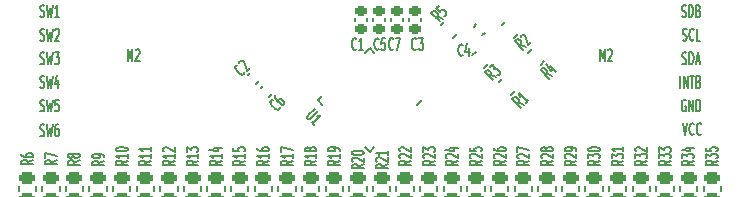
<source format=gto>
G04 #@! TF.GenerationSoftware,KiCad,Pcbnew,(6.0.10)*
G04 #@! TF.CreationDate,2023-02-04T17:17:42+01:00*
G04 #@! TF.ProjectId,Lumissil_IS31FL3742A_breakout,4c756d69-7373-4696-9c5f-49533331464c,rev?*
G04 #@! TF.SameCoordinates,Original*
G04 #@! TF.FileFunction,Legend,Top*
G04 #@! TF.FilePolarity,Positive*
%FSLAX46Y46*%
G04 Gerber Fmt 4.6, Leading zero omitted, Abs format (unit mm)*
G04 Created by KiCad (PCBNEW (6.0.10)) date 2023-02-04 17:17:42*
%MOMM*%
%LPD*%
G01*
G04 APERTURE LIST*
G04 Aperture macros list*
%AMRoundRect*
0 Rectangle with rounded corners*
0 $1 Rounding radius*
0 $2 $3 $4 $5 $6 $7 $8 $9 X,Y pos of 4 corners*
0 Add a 4 corners polygon primitive as box body*
4,1,4,$2,$3,$4,$5,$6,$7,$8,$9,$2,$3,0*
0 Add four circle primitives for the rounded corners*
1,1,$1+$1,$2,$3*
1,1,$1+$1,$4,$5*
1,1,$1+$1,$6,$7*
1,1,$1+$1,$8,$9*
0 Add four rect primitives between the rounded corners*
20,1,$1+$1,$2,$3,$4,$5,0*
20,1,$1+$1,$4,$5,$6,$7,0*
20,1,$1+$1,$6,$7,$8,$9,0*
20,1,$1+$1,$8,$9,$2,$3,0*%
%AMRotRect*
0 Rectangle, with rotation*
0 The origin of the aperture is its center*
0 $1 length*
0 $2 width*
0 $3 Rotation angle, in degrees counterclockwise*
0 Add horizontal line*
21,1,$1,$2,0,0,$3*%
G04 Aperture macros list end*
%ADD10C,0.150000*%
%ADD11C,0.153000*%
%ADD12RoundRect,0.250000X-0.450000X0.262500X-0.450000X-0.262500X0.450000X-0.262500X0.450000X0.262500X0*%
%ADD13RoundRect,0.225000X0.250000X-0.225000X0.250000X0.225000X-0.250000X0.225000X-0.250000X-0.225000X0*%
%ADD14C,1.350000*%
%ADD15O,1.350000X1.350000*%
%ADD16RoundRect,0.250000X0.132583X-0.503814X0.503814X-0.132583X-0.132583X0.503814X-0.503814X0.132583X0*%
%ADD17RoundRect,0.050000X0.229810X0.300520X-0.300520X-0.229810X-0.229810X-0.300520X0.300520X0.229810X0*%
%ADD18RoundRect,0.050000X-0.229810X0.300520X-0.300520X0.229810X0.229810X-0.300520X0.300520X-0.229810X0*%
%ADD19RotRect,4.200000X4.200000X225.000000*%
%ADD20RoundRect,0.250000X-0.132583X0.503814X-0.503814X0.132583X0.132583X-0.503814X0.503814X-0.132583X0*%
%ADD21RoundRect,0.225000X0.017678X-0.335876X0.335876X-0.017678X-0.017678X0.335876X-0.335876X0.017678X0*%
%ADD22C,2.200000*%
%ADD23RoundRect,0.225000X-0.017678X0.335876X-0.335876X0.017678X0.017678X-0.335876X0.335876X-0.017678X0*%
G04 APERTURE END LIST*
D10*
X64100000Y-44904761D02*
X64185714Y-44952380D01*
X64328571Y-44952380D01*
X64385714Y-44904761D01*
X64414285Y-44857142D01*
X64442857Y-44761904D01*
X64442857Y-44666666D01*
X64414285Y-44571428D01*
X64385714Y-44523809D01*
X64328571Y-44476190D01*
X64214285Y-44428571D01*
X64157142Y-44380952D01*
X64128571Y-44333333D01*
X64100000Y-44238095D01*
X64100000Y-44142857D01*
X64128571Y-44047619D01*
X64157142Y-44000000D01*
X64214285Y-43952380D01*
X64357142Y-43952380D01*
X64442857Y-44000000D01*
X64642857Y-43952380D02*
X64785714Y-44952380D01*
X64900000Y-44238095D01*
X65014285Y-44952380D01*
X65157142Y-43952380D01*
X65671428Y-43952380D02*
X65385714Y-43952380D01*
X65357142Y-44428571D01*
X65385714Y-44380952D01*
X65442857Y-44333333D01*
X65585714Y-44333333D01*
X65642857Y-44380952D01*
X65671428Y-44428571D01*
X65700000Y-44523809D01*
X65700000Y-44761904D01*
X65671428Y-44857142D01*
X65642857Y-44904761D01*
X65585714Y-44952380D01*
X65442857Y-44952380D01*
X65385714Y-44904761D01*
X65357142Y-44857142D01*
X118285714Y-42952380D02*
X118285714Y-41952380D01*
X118571429Y-42952380D02*
X118571429Y-41952380D01*
X118914286Y-42952380D01*
X118914286Y-41952380D01*
X119114286Y-41952380D02*
X119457143Y-41952380D01*
X119285714Y-42952380D02*
X119285714Y-41952380D01*
X119857143Y-42428571D02*
X119942857Y-42476190D01*
X119971429Y-42523809D01*
X120000000Y-42619047D01*
X120000000Y-42761904D01*
X119971429Y-42857142D01*
X119942857Y-42904761D01*
X119885714Y-42952380D01*
X119657143Y-42952380D01*
X119657143Y-41952380D01*
X119857143Y-41952380D01*
X119914286Y-42000000D01*
X119942857Y-42047619D01*
X119971429Y-42142857D01*
X119971429Y-42238095D01*
X119942857Y-42333333D01*
X119914286Y-42380952D01*
X119857143Y-42428571D01*
X119657143Y-42428571D01*
X64100000Y-40904761D02*
X64185714Y-40952380D01*
X64328571Y-40952380D01*
X64385714Y-40904761D01*
X64414285Y-40857142D01*
X64442857Y-40761904D01*
X64442857Y-40666666D01*
X64414285Y-40571428D01*
X64385714Y-40523809D01*
X64328571Y-40476190D01*
X64214285Y-40428571D01*
X64157142Y-40380952D01*
X64128571Y-40333333D01*
X64100000Y-40238095D01*
X64100000Y-40142857D01*
X64128571Y-40047619D01*
X64157142Y-40000000D01*
X64214285Y-39952380D01*
X64357142Y-39952380D01*
X64442857Y-40000000D01*
X64642857Y-39952380D02*
X64785714Y-40952380D01*
X64900000Y-40238095D01*
X65014285Y-40952380D01*
X65157142Y-39952380D01*
X65328571Y-39952380D02*
X65700000Y-39952380D01*
X65500000Y-40333333D01*
X65585714Y-40333333D01*
X65642857Y-40380952D01*
X65671428Y-40428571D01*
X65700000Y-40523809D01*
X65700000Y-40761904D01*
X65671428Y-40857142D01*
X65642857Y-40904761D01*
X65585714Y-40952380D01*
X65414285Y-40952380D01*
X65357142Y-40904761D01*
X65328571Y-40857142D01*
X118485714Y-38904761D02*
X118571428Y-38952380D01*
X118714285Y-38952380D01*
X118771428Y-38904761D01*
X118800000Y-38857142D01*
X118828571Y-38761904D01*
X118828571Y-38666666D01*
X118800000Y-38571428D01*
X118771428Y-38523809D01*
X118714285Y-38476190D01*
X118600000Y-38428571D01*
X118542857Y-38380952D01*
X118514285Y-38333333D01*
X118485714Y-38238095D01*
X118485714Y-38142857D01*
X118514285Y-38047619D01*
X118542857Y-38000000D01*
X118600000Y-37952380D01*
X118742857Y-37952380D01*
X118828571Y-38000000D01*
X119428571Y-38857142D02*
X119400000Y-38904761D01*
X119314285Y-38952380D01*
X119257142Y-38952380D01*
X119171428Y-38904761D01*
X119114285Y-38809523D01*
X119085714Y-38714285D01*
X119057142Y-38523809D01*
X119057142Y-38380952D01*
X119085714Y-38190476D01*
X119114285Y-38095238D01*
X119171428Y-38000000D01*
X119257142Y-37952380D01*
X119314285Y-37952380D01*
X119400000Y-38000000D01*
X119428571Y-38047619D01*
X119971428Y-38952380D02*
X119685714Y-38952380D01*
X119685714Y-37952380D01*
X64100000Y-38904761D02*
X64185714Y-38952380D01*
X64328571Y-38952380D01*
X64385714Y-38904761D01*
X64414285Y-38857142D01*
X64442857Y-38761904D01*
X64442857Y-38666666D01*
X64414285Y-38571428D01*
X64385714Y-38523809D01*
X64328571Y-38476190D01*
X64214285Y-38428571D01*
X64157142Y-38380952D01*
X64128571Y-38333333D01*
X64100000Y-38238095D01*
X64100000Y-38142857D01*
X64128571Y-38047619D01*
X64157142Y-38000000D01*
X64214285Y-37952380D01*
X64357142Y-37952380D01*
X64442857Y-38000000D01*
X64642857Y-37952380D02*
X64785714Y-38952380D01*
X64900000Y-38238095D01*
X65014285Y-38952380D01*
X65157142Y-37952380D01*
X65357142Y-38047619D02*
X65385714Y-38000000D01*
X65442857Y-37952380D01*
X65585714Y-37952380D01*
X65642857Y-38000000D01*
X65671428Y-38047619D01*
X65700000Y-38142857D01*
X65700000Y-38238095D01*
X65671428Y-38380952D01*
X65328571Y-38952380D01*
X65700000Y-38952380D01*
X118742857Y-44000000D02*
X118685714Y-43952380D01*
X118600000Y-43952380D01*
X118514285Y-44000000D01*
X118457142Y-44095238D01*
X118428571Y-44190476D01*
X118400000Y-44380952D01*
X118400000Y-44523809D01*
X118428571Y-44714285D01*
X118457142Y-44809523D01*
X118514285Y-44904761D01*
X118600000Y-44952380D01*
X118657142Y-44952380D01*
X118742857Y-44904761D01*
X118771428Y-44857142D01*
X118771428Y-44523809D01*
X118657142Y-44523809D01*
X119028571Y-44952380D02*
X119028571Y-43952380D01*
X119371428Y-44952380D01*
X119371428Y-43952380D01*
X119657142Y-44952380D02*
X119657142Y-43952380D01*
X119800000Y-43952380D01*
X119885714Y-44000000D01*
X119942857Y-44095238D01*
X119971428Y-44190476D01*
X120000000Y-44380952D01*
X120000000Y-44523809D01*
X119971428Y-44714285D01*
X119942857Y-44809523D01*
X119885714Y-44904761D01*
X119800000Y-44952380D01*
X119657142Y-44952380D01*
X64100000Y-47004761D02*
X64185714Y-47052380D01*
X64328571Y-47052380D01*
X64385714Y-47004761D01*
X64414285Y-46957142D01*
X64442857Y-46861904D01*
X64442857Y-46766666D01*
X64414285Y-46671428D01*
X64385714Y-46623809D01*
X64328571Y-46576190D01*
X64214285Y-46528571D01*
X64157142Y-46480952D01*
X64128571Y-46433333D01*
X64100000Y-46338095D01*
X64100000Y-46242857D01*
X64128571Y-46147619D01*
X64157142Y-46100000D01*
X64214285Y-46052380D01*
X64357142Y-46052380D01*
X64442857Y-46100000D01*
X64642857Y-46052380D02*
X64785714Y-47052380D01*
X64900000Y-46338095D01*
X65014285Y-47052380D01*
X65157142Y-46052380D01*
X65642857Y-46052380D02*
X65528571Y-46052380D01*
X65471428Y-46100000D01*
X65442857Y-46147619D01*
X65385714Y-46290476D01*
X65357142Y-46480952D01*
X65357142Y-46861904D01*
X65385714Y-46957142D01*
X65414285Y-47004761D01*
X65471428Y-47052380D01*
X65585714Y-47052380D01*
X65642857Y-47004761D01*
X65671428Y-46957142D01*
X65700000Y-46861904D01*
X65700000Y-46623809D01*
X65671428Y-46528571D01*
X65642857Y-46480952D01*
X65585714Y-46433333D01*
X65471428Y-46433333D01*
X65414285Y-46480952D01*
X65385714Y-46528571D01*
X65357142Y-46623809D01*
X64100000Y-36904761D02*
X64185714Y-36952380D01*
X64328571Y-36952380D01*
X64385714Y-36904761D01*
X64414285Y-36857142D01*
X64442857Y-36761904D01*
X64442857Y-36666666D01*
X64414285Y-36571428D01*
X64385714Y-36523809D01*
X64328571Y-36476190D01*
X64214285Y-36428571D01*
X64157142Y-36380952D01*
X64128571Y-36333333D01*
X64100000Y-36238095D01*
X64100000Y-36142857D01*
X64128571Y-36047619D01*
X64157142Y-36000000D01*
X64214285Y-35952380D01*
X64357142Y-35952380D01*
X64442857Y-36000000D01*
X64642857Y-35952380D02*
X64785714Y-36952380D01*
X64900000Y-36238095D01*
X65014285Y-36952380D01*
X65157142Y-35952380D01*
X65700000Y-36952380D02*
X65357142Y-36952380D01*
X65528571Y-36952380D02*
X65528571Y-35952380D01*
X65471428Y-36095238D01*
X65414285Y-36190476D01*
X65357142Y-36238095D01*
X118500000Y-45952380D02*
X118700000Y-46952380D01*
X118900000Y-45952380D01*
X119442857Y-46857142D02*
X119414285Y-46904761D01*
X119328571Y-46952380D01*
X119271428Y-46952380D01*
X119185714Y-46904761D01*
X119128571Y-46809523D01*
X119100000Y-46714285D01*
X119071428Y-46523809D01*
X119071428Y-46380952D01*
X119100000Y-46190476D01*
X119128571Y-46095238D01*
X119185714Y-46000000D01*
X119271428Y-45952380D01*
X119328571Y-45952380D01*
X119414285Y-46000000D01*
X119442857Y-46047619D01*
X120042857Y-46857142D02*
X120014285Y-46904761D01*
X119928571Y-46952380D01*
X119871428Y-46952380D01*
X119785714Y-46904761D01*
X119728571Y-46809523D01*
X119700000Y-46714285D01*
X119671428Y-46523809D01*
X119671428Y-46380952D01*
X119700000Y-46190476D01*
X119728571Y-46095238D01*
X119785714Y-46000000D01*
X119871428Y-45952380D01*
X119928571Y-45952380D01*
X120014285Y-46000000D01*
X120042857Y-46047619D01*
X118428571Y-36904761D02*
X118514285Y-36952380D01*
X118657142Y-36952380D01*
X118714285Y-36904761D01*
X118742857Y-36857142D01*
X118771428Y-36761904D01*
X118771428Y-36666666D01*
X118742857Y-36571428D01*
X118714285Y-36523809D01*
X118657142Y-36476190D01*
X118542857Y-36428571D01*
X118485714Y-36380952D01*
X118457142Y-36333333D01*
X118428571Y-36238095D01*
X118428571Y-36142857D01*
X118457142Y-36047619D01*
X118485714Y-36000000D01*
X118542857Y-35952380D01*
X118685714Y-35952380D01*
X118771428Y-36000000D01*
X119028571Y-36952380D02*
X119028571Y-35952380D01*
X119171428Y-35952380D01*
X119257142Y-36000000D01*
X119314285Y-36095238D01*
X119342857Y-36190476D01*
X119371428Y-36380952D01*
X119371428Y-36523809D01*
X119342857Y-36714285D01*
X119314285Y-36809523D01*
X119257142Y-36904761D01*
X119171428Y-36952380D01*
X119028571Y-36952380D01*
X119828571Y-36428571D02*
X119914285Y-36476190D01*
X119942857Y-36523809D01*
X119971428Y-36619047D01*
X119971428Y-36761904D01*
X119942857Y-36857142D01*
X119914285Y-36904761D01*
X119857142Y-36952380D01*
X119628571Y-36952380D01*
X119628571Y-35952380D01*
X119828571Y-35952380D01*
X119885714Y-36000000D01*
X119914285Y-36047619D01*
X119942857Y-36142857D01*
X119942857Y-36238095D01*
X119914285Y-36333333D01*
X119885714Y-36380952D01*
X119828571Y-36428571D01*
X119628571Y-36428571D01*
X118471428Y-40904761D02*
X118557142Y-40952380D01*
X118700000Y-40952380D01*
X118757142Y-40904761D01*
X118785714Y-40857142D01*
X118814285Y-40761904D01*
X118814285Y-40666666D01*
X118785714Y-40571428D01*
X118757142Y-40523809D01*
X118700000Y-40476190D01*
X118585714Y-40428571D01*
X118528571Y-40380952D01*
X118500000Y-40333333D01*
X118471428Y-40238095D01*
X118471428Y-40142857D01*
X118500000Y-40047619D01*
X118528571Y-40000000D01*
X118585714Y-39952380D01*
X118728571Y-39952380D01*
X118814285Y-40000000D01*
X119071428Y-40952380D02*
X119071428Y-39952380D01*
X119214285Y-39952380D01*
X119300000Y-40000000D01*
X119357142Y-40095238D01*
X119385714Y-40190476D01*
X119414285Y-40380952D01*
X119414285Y-40523809D01*
X119385714Y-40714285D01*
X119357142Y-40809523D01*
X119300000Y-40904761D01*
X119214285Y-40952380D01*
X119071428Y-40952380D01*
X119642857Y-40666666D02*
X119928571Y-40666666D01*
X119585714Y-40952380D02*
X119785714Y-39952380D01*
X119985714Y-40952380D01*
X64100000Y-42904761D02*
X64185714Y-42952380D01*
X64328571Y-42952380D01*
X64385714Y-42904761D01*
X64414285Y-42857142D01*
X64442857Y-42761904D01*
X64442857Y-42666666D01*
X64414285Y-42571428D01*
X64385714Y-42523809D01*
X64328571Y-42476190D01*
X64214285Y-42428571D01*
X64157142Y-42380952D01*
X64128571Y-42333333D01*
X64100000Y-42238095D01*
X64100000Y-42142857D01*
X64128571Y-42047619D01*
X64157142Y-42000000D01*
X64214285Y-41952380D01*
X64357142Y-41952380D01*
X64442857Y-42000000D01*
X64642857Y-41952380D02*
X64785714Y-42952380D01*
X64900000Y-42238095D01*
X65014285Y-42952380D01*
X65157142Y-41952380D01*
X65642857Y-42285714D02*
X65642857Y-42952380D01*
X65500000Y-41904761D02*
X65357142Y-42619047D01*
X65728571Y-42619047D01*
X83472380Y-49135714D02*
X82996190Y-49335714D01*
X83472380Y-49478571D02*
X82472380Y-49478571D01*
X82472380Y-49250000D01*
X82520000Y-49192857D01*
X82567619Y-49164285D01*
X82662857Y-49135714D01*
X82805714Y-49135714D01*
X82900952Y-49164285D01*
X82948571Y-49192857D01*
X82996190Y-49250000D01*
X82996190Y-49478571D01*
X83472380Y-48564285D02*
X83472380Y-48907142D01*
X83472380Y-48735714D02*
X82472380Y-48735714D01*
X82615238Y-48792857D01*
X82710476Y-48850000D01*
X82758095Y-48907142D01*
X82472380Y-48050000D02*
X82472380Y-48164285D01*
X82520000Y-48221428D01*
X82567619Y-48250000D01*
X82710476Y-48307142D01*
X82900952Y-48335714D01*
X83281904Y-48335714D01*
X83377142Y-48307142D01*
X83424761Y-48278571D01*
X83472380Y-48221428D01*
X83472380Y-48107142D01*
X83424761Y-48050000D01*
X83377142Y-48021428D01*
X83281904Y-47992857D01*
X83043809Y-47992857D01*
X82948571Y-48021428D01*
X82900952Y-48050000D01*
X82853333Y-48107142D01*
X82853333Y-48221428D01*
X82900952Y-48278571D01*
X82948571Y-48307142D01*
X83043809Y-48335714D01*
X117502380Y-49135714D02*
X117026190Y-49335714D01*
X117502380Y-49478571D02*
X116502380Y-49478571D01*
X116502380Y-49250000D01*
X116550000Y-49192857D01*
X116597619Y-49164285D01*
X116692857Y-49135714D01*
X116835714Y-49135714D01*
X116930952Y-49164285D01*
X116978571Y-49192857D01*
X117026190Y-49250000D01*
X117026190Y-49478571D01*
X116502380Y-48935714D02*
X116502380Y-48564285D01*
X116883333Y-48764285D01*
X116883333Y-48678571D01*
X116930952Y-48621428D01*
X116978571Y-48592857D01*
X117073809Y-48564285D01*
X117311904Y-48564285D01*
X117407142Y-48592857D01*
X117454761Y-48621428D01*
X117502380Y-48678571D01*
X117502380Y-48850000D01*
X117454761Y-48907142D01*
X117407142Y-48935714D01*
X116502380Y-48364285D02*
X116502380Y-47992857D01*
X116883333Y-48192857D01*
X116883333Y-48107142D01*
X116930952Y-48050000D01*
X116978571Y-48021428D01*
X117073809Y-47992857D01*
X117311904Y-47992857D01*
X117407142Y-48021428D01*
X117454761Y-48050000D01*
X117502380Y-48107142D01*
X117502380Y-48278571D01*
X117454761Y-48335714D01*
X117407142Y-48364285D01*
X90860000Y-39647142D02*
X90831428Y-39694761D01*
X90745714Y-39742380D01*
X90688571Y-39742380D01*
X90602857Y-39694761D01*
X90545714Y-39599523D01*
X90517142Y-39504285D01*
X90488571Y-39313809D01*
X90488571Y-39170952D01*
X90517142Y-38980476D01*
X90545714Y-38885238D01*
X90602857Y-38790000D01*
X90688571Y-38742380D01*
X90745714Y-38742380D01*
X90831428Y-38790000D01*
X90860000Y-38837619D01*
X91431428Y-39742380D02*
X91088571Y-39742380D01*
X91260000Y-39742380D02*
X91260000Y-38742380D01*
X91202857Y-38885238D01*
X91145714Y-38980476D01*
X91088571Y-39028095D01*
X92760000Y-39657142D02*
X92731428Y-39704761D01*
X92645714Y-39752380D01*
X92588571Y-39752380D01*
X92502857Y-39704761D01*
X92445714Y-39609523D01*
X92417142Y-39514285D01*
X92388571Y-39323809D01*
X92388571Y-39180952D01*
X92417142Y-38990476D01*
X92445714Y-38895238D01*
X92502857Y-38800000D01*
X92588571Y-38752380D01*
X92645714Y-38752380D01*
X92731428Y-38800000D01*
X92760000Y-38847619D01*
X93302857Y-38752380D02*
X93017142Y-38752380D01*
X92988571Y-39228571D01*
X93017142Y-39180952D01*
X93074285Y-39133333D01*
X93217142Y-39133333D01*
X93274285Y-39180952D01*
X93302857Y-39228571D01*
X93331428Y-39323809D01*
X93331428Y-39561904D01*
X93302857Y-39657142D01*
X93274285Y-39704761D01*
X93217142Y-39752380D01*
X93074285Y-39752380D01*
X93017142Y-39704761D01*
X92988571Y-39657142D01*
X105029170Y-44390592D02*
X104551032Y-44195296D01*
X104786734Y-44633028D02*
X104079627Y-43925922D01*
X104241251Y-43764297D01*
X104315329Y-43757563D01*
X104369204Y-43771032D01*
X104456751Y-43818172D01*
X104557766Y-43919187D01*
X104604906Y-44006734D01*
X104618375Y-44060609D01*
X104611641Y-44134687D01*
X104450016Y-44296311D01*
X105433231Y-43986531D02*
X105190795Y-44228967D01*
X105312013Y-44107749D02*
X104604906Y-43400642D01*
X104665516Y-43542064D01*
X104692453Y-43649813D01*
X104685719Y-43723891D01*
X85502380Y-49135714D02*
X85026190Y-49335714D01*
X85502380Y-49478571D02*
X84502380Y-49478571D01*
X84502380Y-49250000D01*
X84550000Y-49192857D01*
X84597619Y-49164285D01*
X84692857Y-49135714D01*
X84835714Y-49135714D01*
X84930952Y-49164285D01*
X84978571Y-49192857D01*
X85026190Y-49250000D01*
X85026190Y-49478571D01*
X85502380Y-48564285D02*
X85502380Y-48907142D01*
X85502380Y-48735714D02*
X84502380Y-48735714D01*
X84645238Y-48792857D01*
X84740476Y-48850000D01*
X84788095Y-48907142D01*
X84502380Y-48364285D02*
X84502380Y-47964285D01*
X85502380Y-48221428D01*
X102709170Y-42080592D02*
X102231032Y-41885296D01*
X102466734Y-42323028D02*
X101759627Y-41615922D01*
X101921251Y-41454297D01*
X101995329Y-41447563D01*
X102049204Y-41461032D01*
X102136751Y-41508172D01*
X102237766Y-41609187D01*
X102284906Y-41696734D01*
X102298375Y-41750609D01*
X102291641Y-41824687D01*
X102130016Y-41986311D01*
X102143485Y-41232064D02*
X102406125Y-40969424D01*
X102534077Y-41380219D01*
X102594687Y-41319610D01*
X102668764Y-41312876D01*
X102722639Y-41326345D01*
X102810186Y-41373485D01*
X102978544Y-41541844D01*
X103025685Y-41629390D01*
X103039154Y-41683265D01*
X103032419Y-41757343D01*
X102911201Y-41878561D01*
X102837123Y-41885296D01*
X102783248Y-41871827D01*
X115482380Y-49135714D02*
X115006190Y-49335714D01*
X115482380Y-49478571D02*
X114482380Y-49478571D01*
X114482380Y-49250000D01*
X114530000Y-49192857D01*
X114577619Y-49164285D01*
X114672857Y-49135714D01*
X114815714Y-49135714D01*
X114910952Y-49164285D01*
X114958571Y-49192857D01*
X115006190Y-49250000D01*
X115006190Y-49478571D01*
X114482380Y-48935714D02*
X114482380Y-48564285D01*
X114863333Y-48764285D01*
X114863333Y-48678571D01*
X114910952Y-48621428D01*
X114958571Y-48592857D01*
X115053809Y-48564285D01*
X115291904Y-48564285D01*
X115387142Y-48592857D01*
X115434761Y-48621428D01*
X115482380Y-48678571D01*
X115482380Y-48850000D01*
X115434761Y-48907142D01*
X115387142Y-48935714D01*
X114577619Y-48335714D02*
X114530000Y-48307142D01*
X114482380Y-48250000D01*
X114482380Y-48107142D01*
X114530000Y-48050000D01*
X114577619Y-48021428D01*
X114672857Y-47992857D01*
X114768095Y-47992857D01*
X114910952Y-48021428D01*
X115482380Y-48364285D01*
X115482380Y-47992857D01*
X107502380Y-49135714D02*
X107026190Y-49335714D01*
X107502380Y-49478571D02*
X106502380Y-49478571D01*
X106502380Y-49250000D01*
X106550000Y-49192857D01*
X106597619Y-49164285D01*
X106692857Y-49135714D01*
X106835714Y-49135714D01*
X106930952Y-49164285D01*
X106978571Y-49192857D01*
X107026190Y-49250000D01*
X107026190Y-49478571D01*
X106597619Y-48907142D02*
X106550000Y-48878571D01*
X106502380Y-48821428D01*
X106502380Y-48678571D01*
X106550000Y-48621428D01*
X106597619Y-48592857D01*
X106692857Y-48564285D01*
X106788095Y-48564285D01*
X106930952Y-48592857D01*
X107502380Y-48935714D01*
X107502380Y-48564285D01*
X106930952Y-48221428D02*
X106883333Y-48278571D01*
X106835714Y-48307142D01*
X106740476Y-48335714D01*
X106692857Y-48335714D01*
X106597619Y-48307142D01*
X106550000Y-48278571D01*
X106502380Y-48221428D01*
X106502380Y-48107142D01*
X106550000Y-48050000D01*
X106597619Y-48021428D01*
X106692857Y-47992857D01*
X106740476Y-47992857D01*
X106835714Y-48021428D01*
X106883333Y-48050000D01*
X106930952Y-48107142D01*
X106930952Y-48221428D01*
X106978571Y-48278571D01*
X107026190Y-48307142D01*
X107121428Y-48335714D01*
X107311904Y-48335714D01*
X107407142Y-48307142D01*
X107454761Y-48278571D01*
X107502380Y-48221428D01*
X107502380Y-48107142D01*
X107454761Y-48050000D01*
X107407142Y-48021428D01*
X107311904Y-47992857D01*
X107121428Y-47992857D01*
X107026190Y-48021428D01*
X106978571Y-48050000D01*
X106930952Y-48107142D01*
X105502380Y-49135714D02*
X105026190Y-49335714D01*
X105502380Y-49478571D02*
X104502380Y-49478571D01*
X104502380Y-49250000D01*
X104550000Y-49192857D01*
X104597619Y-49164285D01*
X104692857Y-49135714D01*
X104835714Y-49135714D01*
X104930952Y-49164285D01*
X104978571Y-49192857D01*
X105026190Y-49250000D01*
X105026190Y-49478571D01*
X104597619Y-48907142D02*
X104550000Y-48878571D01*
X104502380Y-48821428D01*
X104502380Y-48678571D01*
X104550000Y-48621428D01*
X104597619Y-48592857D01*
X104692857Y-48564285D01*
X104788095Y-48564285D01*
X104930952Y-48592857D01*
X105502380Y-48935714D01*
X105502380Y-48564285D01*
X104502380Y-48364285D02*
X104502380Y-47964285D01*
X105502380Y-48221428D01*
X75472380Y-49135714D02*
X74996190Y-49335714D01*
X75472380Y-49478571D02*
X74472380Y-49478571D01*
X74472380Y-49250000D01*
X74520000Y-49192857D01*
X74567619Y-49164285D01*
X74662857Y-49135714D01*
X74805714Y-49135714D01*
X74900952Y-49164285D01*
X74948571Y-49192857D01*
X74996190Y-49250000D01*
X74996190Y-49478571D01*
X75472380Y-48564285D02*
X75472380Y-48907142D01*
X75472380Y-48735714D02*
X74472380Y-48735714D01*
X74615238Y-48792857D01*
X74710476Y-48850000D01*
X74758095Y-48907142D01*
X74567619Y-48335714D02*
X74520000Y-48307142D01*
X74472380Y-48250000D01*
X74472380Y-48107142D01*
X74520000Y-48050000D01*
X74567619Y-48021428D01*
X74662857Y-47992857D01*
X74758095Y-47992857D01*
X74900952Y-48021428D01*
X75472380Y-48364285D01*
X75472380Y-47992857D01*
X87353976Y-44709527D02*
X86781556Y-45281946D01*
X86734416Y-45369493D01*
X86720947Y-45423368D01*
X86727681Y-45497446D01*
X86808493Y-45578258D01*
X86882571Y-45584992D01*
X86936446Y-45571523D01*
X87023993Y-45524383D01*
X87596412Y-44951963D01*
X87313570Y-46083334D02*
X87071133Y-45840897D01*
X87192351Y-45962116D02*
X87899458Y-45255009D01*
X87758037Y-45315618D01*
X87650287Y-45342555D01*
X87576209Y-45335821D01*
X98169170Y-37100592D02*
X97691032Y-36905296D01*
X97926734Y-37343028D02*
X97219627Y-36635922D01*
X97381251Y-36474297D01*
X97455329Y-36467563D01*
X97509204Y-36481032D01*
X97596751Y-36528172D01*
X97697766Y-36629187D01*
X97744906Y-36716734D01*
X97758375Y-36770609D01*
X97751641Y-36844687D01*
X97590016Y-37006311D01*
X97845922Y-36009627D02*
X97643891Y-36211658D01*
X97960406Y-36568578D01*
X97946937Y-36514703D01*
X97953671Y-36440625D01*
X98054687Y-36339610D01*
X98128764Y-36332876D01*
X98182639Y-36346345D01*
X98270186Y-36393485D01*
X98438544Y-36561844D01*
X98485685Y-36649390D01*
X98499154Y-36703265D01*
X98492419Y-36777343D01*
X98391404Y-36878358D01*
X98317326Y-36885093D01*
X98263451Y-36871624D01*
X107409170Y-41940592D02*
X106931032Y-41745296D01*
X107166734Y-42183028D02*
X106459627Y-41475922D01*
X106621251Y-41314297D01*
X106695329Y-41307563D01*
X106749204Y-41321032D01*
X106836751Y-41368172D01*
X106937766Y-41469187D01*
X106984906Y-41556734D01*
X106998375Y-41610609D01*
X106991641Y-41684687D01*
X106830016Y-41846311D01*
X107301421Y-41105532D02*
X107772825Y-41576937D01*
X106931032Y-40937174D02*
X107335093Y-41543265D01*
X107597732Y-41280625D01*
X105259170Y-39490592D02*
X104781032Y-39295296D01*
X105016734Y-39733028D02*
X104309627Y-39025922D01*
X104471251Y-38864297D01*
X104545329Y-38857563D01*
X104599204Y-38871032D01*
X104686751Y-38918172D01*
X104787766Y-39019187D01*
X104834906Y-39106734D01*
X104848375Y-39160609D01*
X104841641Y-39234687D01*
X104680016Y-39396311D01*
X104781032Y-38689204D02*
X104767563Y-38635329D01*
X104774297Y-38561251D01*
X104875312Y-38460236D01*
X104949390Y-38453502D01*
X105003265Y-38466971D01*
X105090812Y-38514111D01*
X105158155Y-38581455D01*
X105238967Y-38702673D01*
X105400592Y-39349170D01*
X105663231Y-39086531D01*
X95502380Y-49135714D02*
X95026190Y-49335714D01*
X95502380Y-49478571D02*
X94502380Y-49478571D01*
X94502380Y-49250000D01*
X94550000Y-49192857D01*
X94597619Y-49164285D01*
X94692857Y-49135714D01*
X94835714Y-49135714D01*
X94930952Y-49164285D01*
X94978571Y-49192857D01*
X95026190Y-49250000D01*
X95026190Y-49478571D01*
X94597619Y-48907142D02*
X94550000Y-48878571D01*
X94502380Y-48821428D01*
X94502380Y-48678571D01*
X94550000Y-48621428D01*
X94597619Y-48592857D01*
X94692857Y-48564285D01*
X94788095Y-48564285D01*
X94930952Y-48592857D01*
X95502380Y-48935714D01*
X95502380Y-48564285D01*
X94597619Y-48335714D02*
X94550000Y-48307142D01*
X94502380Y-48250000D01*
X94502380Y-48107142D01*
X94550000Y-48050000D01*
X94597619Y-48021428D01*
X94692857Y-47992857D01*
X94788095Y-47992857D01*
X94930952Y-48021428D01*
X95502380Y-48364285D01*
X95502380Y-47992857D01*
X99880000Y-40157142D02*
X99851428Y-40204761D01*
X99765714Y-40252380D01*
X99708571Y-40252380D01*
X99622857Y-40204761D01*
X99565714Y-40109523D01*
X99537142Y-40014285D01*
X99508571Y-39823809D01*
X99508571Y-39680952D01*
X99537142Y-39490476D01*
X99565714Y-39395238D01*
X99622857Y-39300000D01*
X99708571Y-39252380D01*
X99765714Y-39252380D01*
X99851428Y-39300000D01*
X99880000Y-39347619D01*
X100394285Y-39585714D02*
X100394285Y-40252380D01*
X100251428Y-39204761D02*
X100108571Y-39919047D01*
X100480000Y-39919047D01*
X89452380Y-49135714D02*
X88976190Y-49335714D01*
X89452380Y-49478571D02*
X88452380Y-49478571D01*
X88452380Y-49250000D01*
X88500000Y-49192857D01*
X88547619Y-49164285D01*
X88642857Y-49135714D01*
X88785714Y-49135714D01*
X88880952Y-49164285D01*
X88928571Y-49192857D01*
X88976190Y-49250000D01*
X88976190Y-49478571D01*
X89452380Y-48564285D02*
X89452380Y-48907142D01*
X89452380Y-48735714D02*
X88452380Y-48735714D01*
X88595238Y-48792857D01*
X88690476Y-48850000D01*
X88738095Y-48907142D01*
X89452380Y-48278571D02*
X89452380Y-48164285D01*
X89404761Y-48107142D01*
X89357142Y-48078571D01*
X89214285Y-48021428D01*
X89023809Y-47992857D01*
X88642857Y-47992857D01*
X88547619Y-48021428D01*
X88500000Y-48050000D01*
X88452380Y-48107142D01*
X88452380Y-48221428D01*
X88500000Y-48278571D01*
X88547619Y-48307142D01*
X88642857Y-48335714D01*
X88880952Y-48335714D01*
X88976190Y-48307142D01*
X89023809Y-48278571D01*
X89071428Y-48221428D01*
X89071428Y-48107142D01*
X89023809Y-48050000D01*
X88976190Y-48021428D01*
X88880952Y-47992857D01*
X93522380Y-49425714D02*
X93046190Y-49625714D01*
X93522380Y-49768571D02*
X92522380Y-49768571D01*
X92522380Y-49540000D01*
X92570000Y-49482857D01*
X92617619Y-49454285D01*
X92712857Y-49425714D01*
X92855714Y-49425714D01*
X92950952Y-49454285D01*
X92998571Y-49482857D01*
X93046190Y-49540000D01*
X93046190Y-49768571D01*
X92617619Y-49197142D02*
X92570000Y-49168571D01*
X92522380Y-49111428D01*
X92522380Y-48968571D01*
X92570000Y-48911428D01*
X92617619Y-48882857D01*
X92712857Y-48854285D01*
X92808095Y-48854285D01*
X92950952Y-48882857D01*
X93522380Y-49225714D01*
X93522380Y-48854285D01*
X93522380Y-48282857D02*
X93522380Y-48625714D01*
X93522380Y-48454285D02*
X92522380Y-48454285D01*
X92665238Y-48511428D01*
X92760476Y-48568571D01*
X92808095Y-48625714D01*
X95930000Y-39647142D02*
X95901428Y-39694761D01*
X95815714Y-39742380D01*
X95758571Y-39742380D01*
X95672857Y-39694761D01*
X95615714Y-39599523D01*
X95587142Y-39504285D01*
X95558571Y-39313809D01*
X95558571Y-39170952D01*
X95587142Y-38980476D01*
X95615714Y-38885238D01*
X95672857Y-38790000D01*
X95758571Y-38742380D01*
X95815714Y-38742380D01*
X95901428Y-38790000D01*
X95930000Y-38837619D01*
X96130000Y-38742380D02*
X96501428Y-38742380D01*
X96301428Y-39123333D01*
X96387142Y-39123333D01*
X96444285Y-39170952D01*
X96472857Y-39218571D01*
X96501428Y-39313809D01*
X96501428Y-39551904D01*
X96472857Y-39647142D01*
X96444285Y-39694761D01*
X96387142Y-39742380D01*
X96215714Y-39742380D01*
X96158571Y-39694761D01*
X96130000Y-39647142D01*
X69522380Y-49140000D02*
X69046190Y-49340000D01*
X69522380Y-49482857D02*
X68522380Y-49482857D01*
X68522380Y-49254285D01*
X68570000Y-49197142D01*
X68617619Y-49168571D01*
X68712857Y-49140000D01*
X68855714Y-49140000D01*
X68950952Y-49168571D01*
X68998571Y-49197142D01*
X69046190Y-49254285D01*
X69046190Y-49482857D01*
X69522380Y-48854285D02*
X69522380Y-48740000D01*
X69474761Y-48682857D01*
X69427142Y-48654285D01*
X69284285Y-48597142D01*
X69093809Y-48568571D01*
X68712857Y-48568571D01*
X68617619Y-48597142D01*
X68570000Y-48625714D01*
X68522380Y-48682857D01*
X68522380Y-48797142D01*
X68570000Y-48854285D01*
X68617619Y-48882857D01*
X68712857Y-48911428D01*
X68950952Y-48911428D01*
X69046190Y-48882857D01*
X69093809Y-48854285D01*
X69141428Y-48797142D01*
X69141428Y-48682857D01*
X69093809Y-48625714D01*
X69046190Y-48597142D01*
X68950952Y-48568571D01*
X99452380Y-49135714D02*
X98976190Y-49335714D01*
X99452380Y-49478571D02*
X98452380Y-49478571D01*
X98452380Y-49250000D01*
X98500000Y-49192857D01*
X98547619Y-49164285D01*
X98642857Y-49135714D01*
X98785714Y-49135714D01*
X98880952Y-49164285D01*
X98928571Y-49192857D01*
X98976190Y-49250000D01*
X98976190Y-49478571D01*
X98547619Y-48907142D02*
X98500000Y-48878571D01*
X98452380Y-48821428D01*
X98452380Y-48678571D01*
X98500000Y-48621428D01*
X98547619Y-48592857D01*
X98642857Y-48564285D01*
X98738095Y-48564285D01*
X98880952Y-48592857D01*
X99452380Y-48935714D01*
X99452380Y-48564285D01*
X98785714Y-48050000D02*
X99452380Y-48050000D01*
X98404761Y-48192857D02*
X99119047Y-48335714D01*
X99119047Y-47964285D01*
X91482380Y-49435714D02*
X91006190Y-49635714D01*
X91482380Y-49778571D02*
X90482380Y-49778571D01*
X90482380Y-49550000D01*
X90530000Y-49492857D01*
X90577619Y-49464285D01*
X90672857Y-49435714D01*
X90815714Y-49435714D01*
X90910952Y-49464285D01*
X90958571Y-49492857D01*
X91006190Y-49550000D01*
X91006190Y-49778571D01*
X90577619Y-49207142D02*
X90530000Y-49178571D01*
X90482380Y-49121428D01*
X90482380Y-48978571D01*
X90530000Y-48921428D01*
X90577619Y-48892857D01*
X90672857Y-48864285D01*
X90768095Y-48864285D01*
X90910952Y-48892857D01*
X91482380Y-49235714D01*
X91482380Y-48864285D01*
X90482380Y-48492857D02*
X90482380Y-48435714D01*
X90530000Y-48378571D01*
X90577619Y-48350000D01*
X90672857Y-48321428D01*
X90863333Y-48292857D01*
X91101428Y-48292857D01*
X91291904Y-48321428D01*
X91387142Y-48350000D01*
X91434761Y-48378571D01*
X91482380Y-48435714D01*
X91482380Y-48492857D01*
X91434761Y-48550000D01*
X91387142Y-48578571D01*
X91291904Y-48607142D01*
X91101428Y-48635714D01*
X90863333Y-48635714D01*
X90672857Y-48607142D01*
X90577619Y-48578571D01*
X90530000Y-48550000D01*
X90482380Y-48492857D01*
X87482380Y-49135714D02*
X87006190Y-49335714D01*
X87482380Y-49478571D02*
X86482380Y-49478571D01*
X86482380Y-49250000D01*
X86530000Y-49192857D01*
X86577619Y-49164285D01*
X86672857Y-49135714D01*
X86815714Y-49135714D01*
X86910952Y-49164285D01*
X86958571Y-49192857D01*
X87006190Y-49250000D01*
X87006190Y-49478571D01*
X87482380Y-48564285D02*
X87482380Y-48907142D01*
X87482380Y-48735714D02*
X86482380Y-48735714D01*
X86625238Y-48792857D01*
X86720476Y-48850000D01*
X86768095Y-48907142D01*
X86910952Y-48221428D02*
X86863333Y-48278571D01*
X86815714Y-48307142D01*
X86720476Y-48335714D01*
X86672857Y-48335714D01*
X86577619Y-48307142D01*
X86530000Y-48278571D01*
X86482380Y-48221428D01*
X86482380Y-48107142D01*
X86530000Y-48050000D01*
X86577619Y-48021428D01*
X86672857Y-47992857D01*
X86720476Y-47992857D01*
X86815714Y-48021428D01*
X86863333Y-48050000D01*
X86910952Y-48107142D01*
X86910952Y-48221428D01*
X86958571Y-48278571D01*
X87006190Y-48307142D01*
X87101428Y-48335714D01*
X87291904Y-48335714D01*
X87387142Y-48307142D01*
X87434761Y-48278571D01*
X87482380Y-48221428D01*
X87482380Y-48107142D01*
X87434761Y-48050000D01*
X87387142Y-48021428D01*
X87291904Y-47992857D01*
X87101428Y-47992857D01*
X87006190Y-48021428D01*
X86958571Y-48050000D01*
X86910952Y-48107142D01*
X101482380Y-49135714D02*
X101006190Y-49335714D01*
X101482380Y-49478571D02*
X100482380Y-49478571D01*
X100482380Y-49250000D01*
X100530000Y-49192857D01*
X100577619Y-49164285D01*
X100672857Y-49135714D01*
X100815714Y-49135714D01*
X100910952Y-49164285D01*
X100958571Y-49192857D01*
X101006190Y-49250000D01*
X101006190Y-49478571D01*
X100577619Y-48907142D02*
X100530000Y-48878571D01*
X100482380Y-48821428D01*
X100482380Y-48678571D01*
X100530000Y-48621428D01*
X100577619Y-48592857D01*
X100672857Y-48564285D01*
X100768095Y-48564285D01*
X100910952Y-48592857D01*
X101482380Y-48935714D01*
X101482380Y-48564285D01*
X100482380Y-48021428D02*
X100482380Y-48307142D01*
X100958571Y-48335714D01*
X100910952Y-48307142D01*
X100863333Y-48250000D01*
X100863333Y-48107142D01*
X100910952Y-48050000D01*
X100958571Y-48021428D01*
X101053809Y-47992857D01*
X101291904Y-47992857D01*
X101387142Y-48021428D01*
X101434761Y-48050000D01*
X101482380Y-48107142D01*
X101482380Y-48250000D01*
X101434761Y-48307142D01*
X101387142Y-48335714D01*
X109502380Y-49135714D02*
X109026190Y-49335714D01*
X109502380Y-49478571D02*
X108502380Y-49478571D01*
X108502380Y-49250000D01*
X108550000Y-49192857D01*
X108597619Y-49164285D01*
X108692857Y-49135714D01*
X108835714Y-49135714D01*
X108930952Y-49164285D01*
X108978571Y-49192857D01*
X109026190Y-49250000D01*
X109026190Y-49478571D01*
X108597619Y-48907142D02*
X108550000Y-48878571D01*
X108502380Y-48821428D01*
X108502380Y-48678571D01*
X108550000Y-48621428D01*
X108597619Y-48592857D01*
X108692857Y-48564285D01*
X108788095Y-48564285D01*
X108930952Y-48592857D01*
X109502380Y-48935714D01*
X109502380Y-48564285D01*
X109502380Y-48278571D02*
X109502380Y-48164285D01*
X109454761Y-48107142D01*
X109407142Y-48078571D01*
X109264285Y-48021428D01*
X109073809Y-47992857D01*
X108692857Y-47992857D01*
X108597619Y-48021428D01*
X108550000Y-48050000D01*
X108502380Y-48107142D01*
X108502380Y-48221428D01*
X108550000Y-48278571D01*
X108597619Y-48307142D01*
X108692857Y-48335714D01*
X108930952Y-48335714D01*
X109026190Y-48307142D01*
X109073809Y-48278571D01*
X109121428Y-48221428D01*
X109121428Y-48107142D01*
X109073809Y-48050000D01*
X109026190Y-48021428D01*
X108930952Y-47992857D01*
X111502380Y-49135714D02*
X111026190Y-49335714D01*
X111502380Y-49478571D02*
X110502380Y-49478571D01*
X110502380Y-49250000D01*
X110550000Y-49192857D01*
X110597619Y-49164285D01*
X110692857Y-49135714D01*
X110835714Y-49135714D01*
X110930952Y-49164285D01*
X110978571Y-49192857D01*
X111026190Y-49250000D01*
X111026190Y-49478571D01*
X110502380Y-48935714D02*
X110502380Y-48564285D01*
X110883333Y-48764285D01*
X110883333Y-48678571D01*
X110930952Y-48621428D01*
X110978571Y-48592857D01*
X111073809Y-48564285D01*
X111311904Y-48564285D01*
X111407142Y-48592857D01*
X111454761Y-48621428D01*
X111502380Y-48678571D01*
X111502380Y-48850000D01*
X111454761Y-48907142D01*
X111407142Y-48935714D01*
X110502380Y-48192857D02*
X110502380Y-48135714D01*
X110550000Y-48078571D01*
X110597619Y-48050000D01*
X110692857Y-48021428D01*
X110883333Y-47992857D01*
X111121428Y-47992857D01*
X111311904Y-48021428D01*
X111407142Y-48050000D01*
X111454761Y-48078571D01*
X111502380Y-48135714D01*
X111502380Y-48192857D01*
X111454761Y-48250000D01*
X111407142Y-48278571D01*
X111311904Y-48307142D01*
X111121428Y-48335714D01*
X110883333Y-48335714D01*
X110692857Y-48307142D01*
X110597619Y-48278571D01*
X110550000Y-48250000D01*
X110502380Y-48192857D01*
X111514285Y-40702380D02*
X111514285Y-39702380D01*
X111714285Y-40416666D01*
X111914285Y-39702380D01*
X111914285Y-40702380D01*
X112171428Y-39797619D02*
X112200000Y-39750000D01*
X112257142Y-39702380D01*
X112400000Y-39702380D01*
X112457142Y-39750000D01*
X112485714Y-39797619D01*
X112514285Y-39892857D01*
X112514285Y-39988095D01*
X112485714Y-40130952D01*
X112142857Y-40702380D01*
X112514285Y-40702380D01*
X84361827Y-44583248D02*
X84375296Y-44637123D01*
X84348358Y-44731404D01*
X84307952Y-44771810D01*
X84213671Y-44798748D01*
X84105922Y-44771810D01*
X84018375Y-44724670D01*
X83863485Y-44610186D01*
X83762470Y-44509170D01*
X83647986Y-44354280D01*
X83600845Y-44266734D01*
X83573908Y-44158984D01*
X83600845Y-44064703D01*
X83641251Y-44024297D01*
X83735532Y-43997360D01*
X83789407Y-44010829D01*
X84085719Y-43579830D02*
X84004906Y-43660642D01*
X83998172Y-43734720D01*
X84011641Y-43788595D01*
X84072250Y-43930016D01*
X84186734Y-44084906D01*
X84456108Y-44354280D01*
X84543654Y-44401421D01*
X84597529Y-44414890D01*
X84671607Y-44408155D01*
X84752419Y-44327343D01*
X84759154Y-44253265D01*
X84745685Y-44199390D01*
X84698544Y-44111844D01*
X84530186Y-43943485D01*
X84442639Y-43896345D01*
X84388764Y-43882876D01*
X84314687Y-43889610D01*
X84233874Y-43970422D01*
X84227140Y-44044500D01*
X84240609Y-44098375D01*
X84287749Y-44185922D01*
X71514285Y-40702380D02*
X71514285Y-39702380D01*
X71714285Y-40416666D01*
X71914285Y-39702380D01*
X71914285Y-40702380D01*
X72171428Y-39797619D02*
X72200000Y-39750000D01*
X72257142Y-39702380D01*
X72400000Y-39702380D01*
X72457142Y-39750000D01*
X72485714Y-39797619D01*
X72514285Y-39892857D01*
X72514285Y-39988095D01*
X72485714Y-40130952D01*
X72142857Y-40702380D01*
X72514285Y-40702380D01*
X71502380Y-49135714D02*
X71026190Y-49335714D01*
X71502380Y-49478571D02*
X70502380Y-49478571D01*
X70502380Y-49250000D01*
X70550000Y-49192857D01*
X70597619Y-49164285D01*
X70692857Y-49135714D01*
X70835714Y-49135714D01*
X70930952Y-49164285D01*
X70978571Y-49192857D01*
X71026190Y-49250000D01*
X71026190Y-49478571D01*
X71502380Y-48564285D02*
X71502380Y-48907142D01*
X71502380Y-48735714D02*
X70502380Y-48735714D01*
X70645238Y-48792857D01*
X70740476Y-48850000D01*
X70788095Y-48907142D01*
X70502380Y-48192857D02*
X70502380Y-48135714D01*
X70550000Y-48078571D01*
X70597619Y-48050000D01*
X70692857Y-48021428D01*
X70883333Y-47992857D01*
X71121428Y-47992857D01*
X71311904Y-48021428D01*
X71407142Y-48050000D01*
X71454761Y-48078571D01*
X71502380Y-48135714D01*
X71502380Y-48192857D01*
X71454761Y-48250000D01*
X71407142Y-48278571D01*
X71311904Y-48307142D01*
X71121428Y-48335714D01*
X70883333Y-48335714D01*
X70692857Y-48307142D01*
X70597619Y-48278571D01*
X70550000Y-48250000D01*
X70502380Y-48192857D01*
X67442380Y-49110000D02*
X66966190Y-49310000D01*
X67442380Y-49452857D02*
X66442380Y-49452857D01*
X66442380Y-49224285D01*
X66490000Y-49167142D01*
X66537619Y-49138571D01*
X66632857Y-49110000D01*
X66775714Y-49110000D01*
X66870952Y-49138571D01*
X66918571Y-49167142D01*
X66966190Y-49224285D01*
X66966190Y-49452857D01*
X66870952Y-48767142D02*
X66823333Y-48824285D01*
X66775714Y-48852857D01*
X66680476Y-48881428D01*
X66632857Y-48881428D01*
X66537619Y-48852857D01*
X66490000Y-48824285D01*
X66442380Y-48767142D01*
X66442380Y-48652857D01*
X66490000Y-48595714D01*
X66537619Y-48567142D01*
X66632857Y-48538571D01*
X66680476Y-48538571D01*
X66775714Y-48567142D01*
X66823333Y-48595714D01*
X66870952Y-48652857D01*
X66870952Y-48767142D01*
X66918571Y-48824285D01*
X66966190Y-48852857D01*
X67061428Y-48881428D01*
X67251904Y-48881428D01*
X67347142Y-48852857D01*
X67394761Y-48824285D01*
X67442380Y-48767142D01*
X67442380Y-48652857D01*
X67394761Y-48595714D01*
X67347142Y-48567142D01*
X67251904Y-48538571D01*
X67061428Y-48538571D01*
X66966190Y-48567142D01*
X66918571Y-48595714D01*
X66870952Y-48652857D01*
X81452380Y-49135714D02*
X80976190Y-49335714D01*
X81452380Y-49478571D02*
X80452380Y-49478571D01*
X80452380Y-49250000D01*
X80500000Y-49192857D01*
X80547619Y-49164285D01*
X80642857Y-49135714D01*
X80785714Y-49135714D01*
X80880952Y-49164285D01*
X80928571Y-49192857D01*
X80976190Y-49250000D01*
X80976190Y-49478571D01*
X81452380Y-48564285D02*
X81452380Y-48907142D01*
X81452380Y-48735714D02*
X80452380Y-48735714D01*
X80595238Y-48792857D01*
X80690476Y-48850000D01*
X80738095Y-48907142D01*
X80452380Y-48021428D02*
X80452380Y-48307142D01*
X80928571Y-48335714D01*
X80880952Y-48307142D01*
X80833333Y-48250000D01*
X80833333Y-48107142D01*
X80880952Y-48050000D01*
X80928571Y-48021428D01*
X81023809Y-47992857D01*
X81261904Y-47992857D01*
X81357142Y-48021428D01*
X81404761Y-48050000D01*
X81452380Y-48107142D01*
X81452380Y-48250000D01*
X81404761Y-48307142D01*
X81357142Y-48335714D01*
X65492380Y-49100000D02*
X65016190Y-49300000D01*
X65492380Y-49442857D02*
X64492380Y-49442857D01*
X64492380Y-49214285D01*
X64540000Y-49157142D01*
X64587619Y-49128571D01*
X64682857Y-49100000D01*
X64825714Y-49100000D01*
X64920952Y-49128571D01*
X64968571Y-49157142D01*
X65016190Y-49214285D01*
X65016190Y-49442857D01*
X64492380Y-48900000D02*
X64492380Y-48500000D01*
X65492380Y-48757142D01*
X97542380Y-49135714D02*
X97066190Y-49335714D01*
X97542380Y-49478571D02*
X96542380Y-49478571D01*
X96542380Y-49250000D01*
X96590000Y-49192857D01*
X96637619Y-49164285D01*
X96732857Y-49135714D01*
X96875714Y-49135714D01*
X96970952Y-49164285D01*
X97018571Y-49192857D01*
X97066190Y-49250000D01*
X97066190Y-49478571D01*
X96637619Y-48907142D02*
X96590000Y-48878571D01*
X96542380Y-48821428D01*
X96542380Y-48678571D01*
X96590000Y-48621428D01*
X96637619Y-48592857D01*
X96732857Y-48564285D01*
X96828095Y-48564285D01*
X96970952Y-48592857D01*
X97542380Y-48935714D01*
X97542380Y-48564285D01*
X96542380Y-48364285D02*
X96542380Y-47992857D01*
X96923333Y-48192857D01*
X96923333Y-48107142D01*
X96970952Y-48050000D01*
X97018571Y-48021428D01*
X97113809Y-47992857D01*
X97351904Y-47992857D01*
X97447142Y-48021428D01*
X97494761Y-48050000D01*
X97542380Y-48107142D01*
X97542380Y-48278571D01*
X97494761Y-48335714D01*
X97447142Y-48364285D01*
X79462380Y-49135714D02*
X78986190Y-49335714D01*
X79462380Y-49478571D02*
X78462380Y-49478571D01*
X78462380Y-49250000D01*
X78510000Y-49192857D01*
X78557619Y-49164285D01*
X78652857Y-49135714D01*
X78795714Y-49135714D01*
X78890952Y-49164285D01*
X78938571Y-49192857D01*
X78986190Y-49250000D01*
X78986190Y-49478571D01*
X79462380Y-48564285D02*
X79462380Y-48907142D01*
X79462380Y-48735714D02*
X78462380Y-48735714D01*
X78605238Y-48792857D01*
X78700476Y-48850000D01*
X78748095Y-48907142D01*
X78795714Y-48050000D02*
X79462380Y-48050000D01*
X78414761Y-48192857D02*
X79129047Y-48335714D01*
X79129047Y-47964285D01*
X94000000Y-39637142D02*
X93971428Y-39684761D01*
X93885714Y-39732380D01*
X93828571Y-39732380D01*
X93742857Y-39684761D01*
X93685714Y-39589523D01*
X93657142Y-39494285D01*
X93628571Y-39303809D01*
X93628571Y-39160952D01*
X93657142Y-38970476D01*
X93685714Y-38875238D01*
X93742857Y-38780000D01*
X93828571Y-38732380D01*
X93885714Y-38732380D01*
X93971428Y-38780000D01*
X94000000Y-38827619D01*
X94200000Y-38732380D02*
X94600000Y-38732380D01*
X94342857Y-39732380D01*
X121452380Y-49135714D02*
X120976190Y-49335714D01*
X121452380Y-49478571D02*
X120452380Y-49478571D01*
X120452380Y-49250000D01*
X120500000Y-49192857D01*
X120547619Y-49164285D01*
X120642857Y-49135714D01*
X120785714Y-49135714D01*
X120880952Y-49164285D01*
X120928571Y-49192857D01*
X120976190Y-49250000D01*
X120976190Y-49478571D01*
X120452380Y-48935714D02*
X120452380Y-48564285D01*
X120833333Y-48764285D01*
X120833333Y-48678571D01*
X120880952Y-48621428D01*
X120928571Y-48592857D01*
X121023809Y-48564285D01*
X121261904Y-48564285D01*
X121357142Y-48592857D01*
X121404761Y-48621428D01*
X121452380Y-48678571D01*
X121452380Y-48850000D01*
X121404761Y-48907142D01*
X121357142Y-48935714D01*
X120452380Y-48021428D02*
X120452380Y-48307142D01*
X120928571Y-48335714D01*
X120880952Y-48307142D01*
X120833333Y-48250000D01*
X120833333Y-48107142D01*
X120880952Y-48050000D01*
X120928571Y-48021428D01*
X121023809Y-47992857D01*
X121261904Y-47992857D01*
X121357142Y-48021428D01*
X121404761Y-48050000D01*
X121452380Y-48107142D01*
X121452380Y-48250000D01*
X121404761Y-48307142D01*
X121357142Y-48335714D01*
X73482380Y-49135714D02*
X73006190Y-49335714D01*
X73482380Y-49478571D02*
X72482380Y-49478571D01*
X72482380Y-49250000D01*
X72530000Y-49192857D01*
X72577619Y-49164285D01*
X72672857Y-49135714D01*
X72815714Y-49135714D01*
X72910952Y-49164285D01*
X72958571Y-49192857D01*
X73006190Y-49250000D01*
X73006190Y-49478571D01*
X73482380Y-48564285D02*
X73482380Y-48907142D01*
X73482380Y-48735714D02*
X72482380Y-48735714D01*
X72625238Y-48792857D01*
X72720476Y-48850000D01*
X72768095Y-48907142D01*
X73482380Y-47992857D02*
X73482380Y-48335714D01*
X73482380Y-48164285D02*
X72482380Y-48164285D01*
X72625238Y-48221428D01*
X72720476Y-48278571D01*
X72768095Y-48335714D01*
X119452380Y-49135714D02*
X118976190Y-49335714D01*
X119452380Y-49478571D02*
X118452380Y-49478571D01*
X118452380Y-49250000D01*
X118500000Y-49192857D01*
X118547619Y-49164285D01*
X118642857Y-49135714D01*
X118785714Y-49135714D01*
X118880952Y-49164285D01*
X118928571Y-49192857D01*
X118976190Y-49250000D01*
X118976190Y-49478571D01*
X118452380Y-48935714D02*
X118452380Y-48564285D01*
X118833333Y-48764285D01*
X118833333Y-48678571D01*
X118880952Y-48621428D01*
X118928571Y-48592857D01*
X119023809Y-48564285D01*
X119261904Y-48564285D01*
X119357142Y-48592857D01*
X119404761Y-48621428D01*
X119452380Y-48678571D01*
X119452380Y-48850000D01*
X119404761Y-48907142D01*
X119357142Y-48935714D01*
X118785714Y-48050000D02*
X119452380Y-48050000D01*
X118404761Y-48192857D02*
X119119047Y-48335714D01*
X119119047Y-47964285D01*
X81371827Y-41633248D02*
X81385296Y-41687123D01*
X81358358Y-41781404D01*
X81317952Y-41821810D01*
X81223671Y-41848748D01*
X81115922Y-41821810D01*
X81028375Y-41774670D01*
X80873485Y-41660186D01*
X80772470Y-41559170D01*
X80657986Y-41404280D01*
X80610845Y-41316734D01*
X80583908Y-41208984D01*
X80610845Y-41114703D01*
X80651251Y-41074297D01*
X80745532Y-41047360D01*
X80799407Y-41060829D01*
X80961032Y-40899204D02*
X80947563Y-40845329D01*
X80954297Y-40771251D01*
X81055312Y-40670236D01*
X81129390Y-40663502D01*
X81183265Y-40676971D01*
X81270812Y-40724111D01*
X81338155Y-40791455D01*
X81418967Y-40912673D01*
X81580592Y-41559170D01*
X81843231Y-41296531D01*
X63512380Y-49080000D02*
X63036190Y-49280000D01*
X63512380Y-49422857D02*
X62512380Y-49422857D01*
X62512380Y-49194285D01*
X62560000Y-49137142D01*
X62607619Y-49108571D01*
X62702857Y-49080000D01*
X62845714Y-49080000D01*
X62940952Y-49108571D01*
X62988571Y-49137142D01*
X63036190Y-49194285D01*
X63036190Y-49422857D01*
X62512380Y-48565714D02*
X62512380Y-48680000D01*
X62560000Y-48737142D01*
X62607619Y-48765714D01*
X62750476Y-48822857D01*
X62940952Y-48851428D01*
X63321904Y-48851428D01*
X63417142Y-48822857D01*
X63464761Y-48794285D01*
X63512380Y-48737142D01*
X63512380Y-48622857D01*
X63464761Y-48565714D01*
X63417142Y-48537142D01*
X63321904Y-48508571D01*
X63083809Y-48508571D01*
X62988571Y-48537142D01*
X62940952Y-48565714D01*
X62893333Y-48622857D01*
X62893333Y-48737142D01*
X62940952Y-48794285D01*
X62988571Y-48822857D01*
X63083809Y-48851428D01*
X113482380Y-49135714D02*
X113006190Y-49335714D01*
X113482380Y-49478571D02*
X112482380Y-49478571D01*
X112482380Y-49250000D01*
X112530000Y-49192857D01*
X112577619Y-49164285D01*
X112672857Y-49135714D01*
X112815714Y-49135714D01*
X112910952Y-49164285D01*
X112958571Y-49192857D01*
X113006190Y-49250000D01*
X113006190Y-49478571D01*
X112482380Y-48935714D02*
X112482380Y-48564285D01*
X112863333Y-48764285D01*
X112863333Y-48678571D01*
X112910952Y-48621428D01*
X112958571Y-48592857D01*
X113053809Y-48564285D01*
X113291904Y-48564285D01*
X113387142Y-48592857D01*
X113434761Y-48621428D01*
X113482380Y-48678571D01*
X113482380Y-48850000D01*
X113434761Y-48907142D01*
X113387142Y-48935714D01*
X113482380Y-47992857D02*
X113482380Y-48335714D01*
X113482380Y-48164285D02*
X112482380Y-48164285D01*
X112625238Y-48221428D01*
X112720476Y-48278571D01*
X112768095Y-48335714D01*
X77492380Y-49135714D02*
X77016190Y-49335714D01*
X77492380Y-49478571D02*
X76492380Y-49478571D01*
X76492380Y-49250000D01*
X76540000Y-49192857D01*
X76587619Y-49164285D01*
X76682857Y-49135714D01*
X76825714Y-49135714D01*
X76920952Y-49164285D01*
X76968571Y-49192857D01*
X77016190Y-49250000D01*
X77016190Y-49478571D01*
X77492380Y-48564285D02*
X77492380Y-48907142D01*
X77492380Y-48735714D02*
X76492380Y-48735714D01*
X76635238Y-48792857D01*
X76730476Y-48850000D01*
X76778095Y-48907142D01*
X76492380Y-48364285D02*
X76492380Y-47992857D01*
X76873333Y-48192857D01*
X76873333Y-48107142D01*
X76920952Y-48050000D01*
X76968571Y-48021428D01*
X77063809Y-47992857D01*
X77301904Y-47992857D01*
X77397142Y-48021428D01*
X77444761Y-48050000D01*
X77492380Y-48107142D01*
X77492380Y-48278571D01*
X77444761Y-48335714D01*
X77397142Y-48364285D01*
X103502380Y-49135714D02*
X103026190Y-49335714D01*
X103502380Y-49478571D02*
X102502380Y-49478571D01*
X102502380Y-49250000D01*
X102550000Y-49192857D01*
X102597619Y-49164285D01*
X102692857Y-49135714D01*
X102835714Y-49135714D01*
X102930952Y-49164285D01*
X102978571Y-49192857D01*
X103026190Y-49250000D01*
X103026190Y-49478571D01*
X102597619Y-48907142D02*
X102550000Y-48878571D01*
X102502380Y-48821428D01*
X102502380Y-48678571D01*
X102550000Y-48621428D01*
X102597619Y-48592857D01*
X102692857Y-48564285D01*
X102788095Y-48564285D01*
X102930952Y-48592857D01*
X103502380Y-48935714D01*
X103502380Y-48564285D01*
X102502380Y-48050000D02*
X102502380Y-48164285D01*
X102550000Y-48221428D01*
X102597619Y-48250000D01*
X102740476Y-48307142D01*
X102930952Y-48335714D01*
X103311904Y-48335714D01*
X103407142Y-48307142D01*
X103454761Y-48278571D01*
X103502380Y-48221428D01*
X103502380Y-48107142D01*
X103454761Y-48050000D01*
X103407142Y-48021428D01*
X103311904Y-47992857D01*
X103073809Y-47992857D01*
X102978571Y-48021428D01*
X102930952Y-48050000D01*
X102883333Y-48107142D01*
X102883333Y-48221428D01*
X102930952Y-48278571D01*
X102978571Y-48307142D01*
X103073809Y-48335714D01*
D11*
X83735000Y-51272936D02*
X83735000Y-51727064D01*
X82265000Y-51272936D02*
X82265000Y-51727064D01*
X117735000Y-51272936D02*
X117735000Y-51727064D01*
X116265000Y-51272936D02*
X116265000Y-51727064D01*
X90720000Y-37340580D02*
X90720000Y-37059420D01*
X91740000Y-37340580D02*
X91740000Y-37059420D01*
X92246666Y-37340580D02*
X92246666Y-37059420D01*
X93266666Y-37340580D02*
X93266666Y-37059420D01*
X103959165Y-43540282D02*
X104280282Y-43219165D01*
X102919718Y-42500835D02*
X103240835Y-42179718D01*
X84265000Y-51272936D02*
X84265000Y-51727064D01*
X85735000Y-51272936D02*
X85735000Y-51727064D01*
X101699165Y-41250282D02*
X102020282Y-40929165D01*
X100659718Y-40210835D02*
X100980835Y-39889718D01*
X115735000Y-51272936D02*
X115735000Y-51727064D01*
X114265000Y-51272936D02*
X114265000Y-51727064D01*
X107735000Y-51272936D02*
X107735000Y-51727064D01*
X106265000Y-51272936D02*
X106265000Y-51727064D01*
X105735000Y-51272936D02*
X105735000Y-51727064D01*
X104265000Y-51272936D02*
X104265000Y-51727064D01*
X75735000Y-51272936D02*
X75735000Y-51727064D01*
X74265000Y-51272936D02*
X74265000Y-51727064D01*
X87990705Y-43611091D02*
X87601796Y-44000000D01*
X91611091Y-39990705D02*
X92000000Y-39601796D01*
X92000000Y-48398204D02*
X91611091Y-48009295D01*
X92000000Y-39601796D02*
X92388909Y-39990705D01*
X92388909Y-48009295D02*
X92000000Y-48398204D01*
X87601796Y-44000000D02*
X87990705Y-44388909D01*
X96009295Y-44388909D02*
X96398204Y-44000000D01*
X99049165Y-38710282D02*
X99370282Y-38389165D01*
X98009718Y-37670835D02*
X98330835Y-37349718D01*
X105756070Y-39664483D02*
X105434953Y-39985600D01*
X106795517Y-40703930D02*
X106474400Y-41025047D01*
X104204165Y-38710282D02*
X104525282Y-38389165D01*
X103164718Y-37670835D02*
X103485835Y-37349718D01*
X95735000Y-51272936D02*
X95735000Y-51727064D01*
X94265000Y-51272936D02*
X94265000Y-51727064D01*
X101528719Y-38490030D02*
X101727530Y-38291219D01*
X100807470Y-37768781D02*
X101006281Y-37569970D01*
X88265000Y-51272936D02*
X88265000Y-51727064D01*
X89735000Y-51272936D02*
X89735000Y-51727064D01*
X92265000Y-51272936D02*
X92265000Y-51727064D01*
X93735000Y-51272936D02*
X93735000Y-51727064D01*
X95300000Y-37340580D02*
X95300000Y-37059420D01*
X96320000Y-37340580D02*
X96320000Y-37059420D01*
X68265000Y-51272936D02*
X68265000Y-51727064D01*
X69735000Y-51272936D02*
X69735000Y-51727064D01*
X98265000Y-51272936D02*
X98265000Y-51727064D01*
X99735000Y-51272936D02*
X99735000Y-51727064D01*
X90265000Y-51272936D02*
X90265000Y-51727064D01*
X91735000Y-51272936D02*
X91735000Y-51727064D01*
X87735000Y-51272936D02*
X87735000Y-51727064D01*
X86265000Y-51272936D02*
X86265000Y-51727064D01*
X101735000Y-51272936D02*
X101735000Y-51727064D01*
X100265000Y-51272936D02*
X100265000Y-51727064D01*
X109735000Y-51272936D02*
X109735000Y-51727064D01*
X108265000Y-51272936D02*
X108265000Y-51727064D01*
X111735000Y-51272936D02*
X111735000Y-51727064D01*
X110265000Y-51272936D02*
X110265000Y-51727064D01*
X83710030Y-43511219D02*
X83511219Y-43710030D01*
X82988781Y-42789970D02*
X82789970Y-42988781D01*
X71735000Y-51272936D02*
X71735000Y-51727064D01*
X70265000Y-51272936D02*
X70265000Y-51727064D01*
X67735000Y-51272936D02*
X67735000Y-51727064D01*
X66265000Y-51272936D02*
X66265000Y-51727064D01*
X80265000Y-51272936D02*
X80265000Y-51727064D01*
X81735000Y-51272936D02*
X81735000Y-51727064D01*
X65735000Y-51272936D02*
X65735000Y-51727064D01*
X64265000Y-51272936D02*
X64265000Y-51727064D01*
X97735000Y-51272936D02*
X97735000Y-51727064D01*
X96265000Y-51272936D02*
X96265000Y-51727064D01*
X79735000Y-51272936D02*
X79735000Y-51727064D01*
X78265000Y-51272936D02*
X78265000Y-51727064D01*
X93773332Y-37340580D02*
X93773332Y-37059420D01*
X94793332Y-37340580D02*
X94793332Y-37059420D01*
X121735000Y-51272936D02*
X121735000Y-51727064D01*
X120265000Y-51272936D02*
X120265000Y-51727064D01*
X73735000Y-51272936D02*
X73735000Y-51727064D01*
X72265000Y-51272936D02*
X72265000Y-51727064D01*
X118265000Y-51272936D02*
X118265000Y-51727064D01*
X119735000Y-51272936D02*
X119735000Y-51727064D01*
X81888781Y-41689970D02*
X81689970Y-41888781D01*
X82610030Y-42411219D02*
X82411219Y-42610030D01*
X62265000Y-51272936D02*
X62265000Y-51727064D01*
X63735000Y-51272936D02*
X63735000Y-51727064D01*
X112265000Y-51272936D02*
X112265000Y-51727064D01*
X113735000Y-51272936D02*
X113735000Y-51727064D01*
X76265000Y-51272936D02*
X76265000Y-51727064D01*
X77735000Y-51272936D02*
X77735000Y-51727064D01*
X102265000Y-51272936D02*
X102265000Y-51727064D01*
X103735000Y-51272936D02*
X103735000Y-51727064D01*
%LPC*%
D12*
X83000000Y-50587500D03*
X83000000Y-52412500D03*
X117000000Y-50587500D03*
X117000000Y-52412500D03*
D13*
X91230000Y-37975000D03*
X91230000Y-36425000D03*
D14*
X121000000Y-36500000D03*
D15*
X121000000Y-38500000D03*
X121000000Y-40500000D03*
X121000000Y-42500000D03*
X121000000Y-44500000D03*
X121000000Y-46500000D03*
D13*
X92756666Y-37975000D03*
X92756666Y-36425000D03*
D16*
X102954765Y-43505235D03*
X104245235Y-42214765D03*
D12*
X85000000Y-50587500D03*
X85000000Y-52412500D03*
D16*
X100694765Y-41215235D03*
X101985235Y-39924765D03*
D14*
X63000000Y-54500000D03*
D15*
X65000000Y-54500000D03*
X67000000Y-54500000D03*
X69000000Y-54500000D03*
X71000000Y-54500000D03*
X73000000Y-54500000D03*
X75000000Y-54500000D03*
X77000000Y-54500000D03*
X79000000Y-54500000D03*
X81000000Y-54500000D03*
X83000000Y-54500000D03*
X85000000Y-54500000D03*
X87000000Y-54500000D03*
X89000000Y-54500000D03*
X91000000Y-54500000D03*
X93000000Y-54500000D03*
X95000000Y-54500000D03*
X97000000Y-54500000D03*
X99000000Y-54500000D03*
X101000000Y-54500000D03*
X103000000Y-54500000D03*
X105000000Y-54500000D03*
X107000000Y-54500000D03*
X109000000Y-54500000D03*
X111000000Y-54500000D03*
X113000000Y-54500000D03*
X115000000Y-54500000D03*
X117000000Y-54500000D03*
X119000000Y-54500000D03*
X121000000Y-54500000D03*
D12*
X115000000Y-50587500D03*
X115000000Y-52412500D03*
X107000000Y-50587500D03*
X107000000Y-52412500D03*
X105000000Y-50587500D03*
X105000000Y-52412500D03*
X75000000Y-50587500D03*
X75000000Y-52412500D03*
D17*
X95641600Y-43469670D03*
X95358757Y-43186827D03*
X95075914Y-42903984D03*
X94793072Y-42621142D03*
X94510229Y-42338299D03*
X94227386Y-42055456D03*
X93944544Y-41772614D03*
X93661701Y-41489771D03*
X93378858Y-41206928D03*
X93096016Y-40924086D03*
X92813173Y-40641243D03*
X92530330Y-40358400D03*
D18*
X91469670Y-40358400D03*
X91186827Y-40641243D03*
X90903984Y-40924086D03*
X90621142Y-41206928D03*
X90338299Y-41489771D03*
X90055456Y-41772614D03*
X89772614Y-42055456D03*
X89489771Y-42338299D03*
X89206928Y-42621142D03*
X88924086Y-42903984D03*
X88641243Y-43186827D03*
X88358400Y-43469670D03*
D17*
X88358400Y-44530330D03*
X88641243Y-44813173D03*
X88924086Y-45096016D03*
X89206928Y-45378858D03*
X89489771Y-45661701D03*
X89772614Y-45944544D03*
X90055456Y-46227386D03*
X90338299Y-46510229D03*
X90621142Y-46793072D03*
X90903984Y-47075914D03*
X91186827Y-47358757D03*
X91469670Y-47641600D03*
D18*
X92530330Y-47641600D03*
X92813173Y-47358757D03*
X93096016Y-47075914D03*
X93378858Y-46793072D03*
X93661701Y-46510229D03*
X93944544Y-46227386D03*
X94227386Y-45944544D03*
X94510229Y-45661701D03*
X94793072Y-45378858D03*
X95075914Y-45096016D03*
X95358757Y-44813173D03*
X95641600Y-44530330D03*
D19*
X92000000Y-44000000D03*
D16*
X98044765Y-38675235D03*
X99335235Y-37384765D03*
D20*
X106760470Y-39699530D03*
X105470000Y-40990000D03*
D16*
X103199765Y-38675235D03*
X104490235Y-37384765D03*
D12*
X95000000Y-50587500D03*
X95000000Y-52412500D03*
D21*
X100719492Y-38578008D03*
X101815508Y-37481992D03*
D12*
X89000000Y-50587500D03*
X89000000Y-52412500D03*
X93000000Y-50587500D03*
X93000000Y-52412500D03*
D13*
X95810000Y-37975000D03*
X95810000Y-36425000D03*
D12*
X69000000Y-50587500D03*
X69000000Y-52412500D03*
X99000000Y-50587500D03*
X99000000Y-52412500D03*
X91000000Y-50587500D03*
X91000000Y-52412500D03*
X87000000Y-50587500D03*
X87000000Y-52412500D03*
X101000000Y-50587500D03*
X101000000Y-52412500D03*
X109000000Y-50587500D03*
X109000000Y-52412500D03*
X111000000Y-50587500D03*
X111000000Y-52412500D03*
D22*
X112000000Y-42500000D03*
D23*
X83798008Y-42701992D03*
X82701992Y-43798008D03*
D22*
X72000000Y-42500000D03*
D12*
X71000000Y-50587500D03*
X71000000Y-52412500D03*
X67000000Y-50587500D03*
X67000000Y-52412500D03*
X81000000Y-50587500D03*
X81000000Y-52412500D03*
X65000000Y-50587500D03*
X65000000Y-52412500D03*
X97000000Y-50587500D03*
X97000000Y-52412500D03*
X79000000Y-50587500D03*
X79000000Y-52412500D03*
D13*
X94283332Y-37975000D03*
X94283332Y-36425000D03*
D12*
X121000000Y-50587500D03*
X121000000Y-52412500D03*
X73000000Y-50587500D03*
X73000000Y-52412500D03*
D14*
X63000000Y-36500000D03*
D15*
X63000000Y-38500000D03*
X63000000Y-40500000D03*
X63000000Y-42500000D03*
X63000000Y-44500000D03*
X63000000Y-46500000D03*
D12*
X119000000Y-50587500D03*
X119000000Y-52412500D03*
D23*
X82698008Y-41601992D03*
X81601992Y-42698008D03*
D12*
X63000000Y-50587500D03*
X63000000Y-52412500D03*
X113000000Y-50587500D03*
X113000000Y-52412500D03*
X77000000Y-50587500D03*
X77000000Y-52412500D03*
X103000000Y-50587500D03*
X103000000Y-52412500D03*
M02*

</source>
